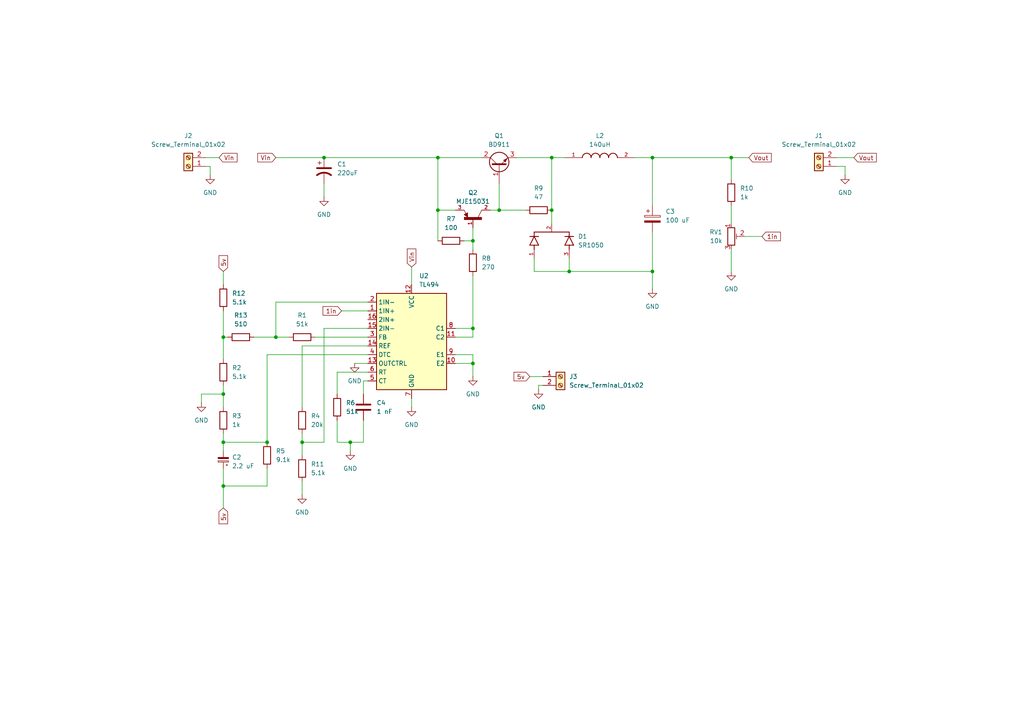
<source format=kicad_sch>
(kicad_sch (version 20231120) (generator "eeschema") (generator_version "8.0")
  (paper "A4")
  (lib_symbols
    (symbol "Connector:Screw_Terminal_01x02" (pin_names (offset 1.016) hide)
      (property "Reference" "J" (at 0 2.54 0))
      (property "Value" "Screw_Terminal_01x02" (at 0 -5.08 0))
      (symbol "Screw_Terminal_01x02_1_1"
        (rectangle (start -1.27 1.27) (end 1.27 -3.81) (stroke (width 0.254)) (fill (type background)))
        (circle (center 0 -2.54) (radius 0.635) (stroke (width 0.1524)))
        (polyline (pts (xy -0.5334 -2.2098) (xy 0.3302 -3.048)) (stroke (width 0.1524)))
        (polyline (pts (xy -0.5334 0.3302) (xy 0.3302 -0.508)) (stroke (width 0.1524)))
        (polyline (pts (xy -0.3556 -2.032) (xy 0.508 -2.8702)) (stroke (width 0.1524)))
        (polyline (pts (xy -0.3556 0.508) (xy 0.508 -0.3302)) (stroke (width 0.1524)))
        (circle (center 0 0) (radius 0.635) (stroke (width 0.1524)))
        (pin passive line (at -5.08 0 0) (length 3.81) (name "Pin_1") (number "1"))
        (pin passive line (at -5.08 -2.54 0) (length 3.81) (name "Pin_2") (number "2"))
      )
    )
    (symbol "Device:C" (pin_numbers hide) (pin_names (offset 0.254))
      (property "Reference" "C" (at 0.635 2.54 0))
      (property "Value" "C" (at 0.635 -2.54 0))
      (symbol "C_0_1"
        (polyline (pts (xy -2.032 -0.762) (xy 2.032 -0.762)) (stroke (width 0.508)))
        (polyline (pts (xy -2.032 0.762) (xy 2.032 0.762)) (stroke (width 0.508)))
      )
      (symbol "C_1_1"
        (pin passive line (at 0 3.81 270) (length 2.794) (name "~") (number "1"))
        (pin passive line (at 0 -3.81 90) (length 2.794) (name "~") (number "2"))
      )
    )
    (symbol "Device:C_Polarized" (pin_numbers hide) (pin_names (offset 0.254))
      (property "Reference" "C" (at 0.635 2.54 0))
      (property "Value" "C_Polarized" (at 0.635 -2.54 0))
      (symbol "C_Polarized_0_1"
        (rectangle (start -2.286 0.508) (end 2.286 1.016))
        (polyline (pts (xy -1.778 2.286) (xy -0.762 2.286)))
        (polyline (pts (xy -1.27 2.794) (xy -1.27 1.778)))
        (rectangle (start 2.286 -0.508) (end -2.286 -1.016) (fill (type outline)))
      )
      (symbol "C_Polarized_1_1"
        (pin passive line (at 0 3.81 270) (length 2.794) (name "~") (number "1"))
        (pin passive line (at 0 -3.81 90) (length 2.794) (name "~") (number "2"))
      )
    )
    (symbol "Device:C_Polarized_Small" (pin_numbers hide) (pin_names (offset 0.254) hide)
      (property "Reference" "C" (at 0.254 1.778 0))
      (property "Value" "C_Polarized_Small" (at 0.254 -2.032 0))
      (symbol "C_Polarized_Small_0_1"
        (rectangle (start -1.524 -0.3048) (end 1.524 -0.6858) (fill (type outline)))
        (rectangle (start -1.524 0.6858) (end 1.524 0.3048))
        (polyline (pts (xy -1.27 1.524) (xy -0.762 1.524)))
        (polyline (pts (xy -1.016 1.27) (xy -1.016 1.778)))
      )
      (symbol "C_Polarized_Small_1_1"
        (pin passive line (at 0 2.54 270) (length 1.8542) (name "~") (number "1"))
        (pin passive line (at 0 -2.54 90) (length 1.8542) (name "~") (number "2"))
      )
    )
    (symbol "Device:C_Polarized_US" (pin_numbers hide) (pin_names (offset 0.254) hide)
      (property "Reference" "C" (at 0.635 2.54 0))
      (property "Value" "C_Polarized_US" (at 0.635 -2.54 0))
      (symbol "C_Polarized_US_0_1"
        (polyline (pts (xy -2.032 0.762) (xy 2.032 0.762)) (stroke (width 0.508)))
        (polyline (pts (xy -1.778 2.286) (xy -0.762 2.286)))
        (polyline (pts (xy -1.27 1.778) (xy -1.27 2.794)))
        (arc (start 2.032 -1.27) (mid 0 -0.5572) (end -2.032 -1.27) (stroke (width 0.508)))
      )
      (symbol "C_Polarized_US_1_1"
        (pin passive line (at 0 3.81 270) (length 2.794) (name "~") (number "1"))
        (pin passive line (at 0 -3.81 90) (length 3.302) (name "~") (number "2"))
      )
    )
    (symbol "Device:R" (pin_numbers hide) (pin_names (offset 0))
      (property "Reference" "R" (at 2.032 0 90))
      (property "Value" "R" (at 0 0 90))
      (symbol "R_0_1"
        (rectangle (start -1.016 -2.54) (end 1.016 2.54) (stroke (width 0.254)))
      )
      (symbol "R_1_1"
        (pin passive line (at 0 3.81 270) (length 1.27) (name "~") (number "1"))
        (pin passive line (at 0 -3.81 90) (length 1.27) (name "~") (number "2"))
      )
    )
    (symbol "Device:R_Potentiometer_Trim" (pin_names (offset 1.016) hide)
      (property "Reference" "RV" (at -4.445 0 90))
      (property "Value" "R_Potentiometer_Trim" (at -2.54 0 90))
      (symbol "R_Potentiometer_Trim_0_1"
        (polyline (pts (xy 1.524 0.762) (xy 1.524 -0.762)))
        (polyline (pts (xy 2.54 0) (xy 1.524 0)))
        (rectangle (start 1.016 2.54) (end -1.016 -2.54) (stroke (width 0.254)))
      )
      (symbol "R_Potentiometer_Trim_1_1"
        (pin passive line (at 0 3.81 270) (length 1.27) (name "1") (number "1"))
        (pin passive line (at 3.81 0 180) (length 1.27) (name "2") (number "2"))
        (pin passive line (at 0 -3.81 90) (length 1.27) (name "3") (number "3"))
      )
    )
    (symbol "HCTI-120-6.7:HCTI-120-6.7" (pin_names (offset 1.016))
      (property "Reference" "L" (at -5.08 5.08 0))
      (property "Value" "HCTI-120-6.7" (at -5.08 2.54 0))
      (symbol "HCTI-120-6.7_0_0"
        (arc (start -2.54 0) (mid -3.81 1.2645) (end -5.08 0) (stroke (width 0.254)))
        (arc (start 0 0) (mid -1.27 1.2645) (end -2.54 0) (stroke (width 0.254)))
        (arc (start 2.54 0) (mid 1.27 1.2645) (end 0 0) (stroke (width 0.254)))
        (arc (start 5.08 0) (mid 3.81 1.2645) (end 2.54 0) (stroke (width 0.254)))
        (pin passive line (at -10.16 0 0) (length 5.08) (name "~") (number "1"))
        (pin passive line (at 10.16 0 180) (length 5.08) (name "~") (number "2"))
      )
    )
    (symbol "MJE15031:MJE15031" (pin_names (offset 1.016))
      (property "Reference" "Q" (at 2.5418 0 0))
      (property "Value" "MJE15031" (at 2.5453 -2.5453 0))
      (symbol "MJE15031_0_0"
        (rectangle (start -2.7978 -2.5434) (end -2.032 2.54) (stroke (width 0.1)) (fill (type outline)))
        (polyline (pts (xy -2.032 1.524) (xy -1.27 2.54)) (stroke (width 0.1524)))
        (polyline (pts (xy -1.778 1.651) (xy -2.032 1.524)) (stroke (width 0.1524)))
        (polyline (pts (xy -1.778 1.651) (xy -0.9652 1.6764)) (stroke (width 0.254)))
        (polyline (pts (xy -1.7018 1.778) (xy -1.2446 1.9558)) (stroke (width 0.254)))
        (polyline (pts (xy -1.27 2.286) (xy -1.7018 1.778)) (stroke (width 0.254)))
        (polyline (pts (xy -1.27 2.54) (xy -0.762 1.524)) (stroke (width 0.1524)))
        (polyline (pts (xy -1.2446 1.9558) (xy -1.2192 1.8034)) (stroke (width 0.254)))
        (polyline (pts (xy -0.9652 1.6764) (xy -1.27 2.286)) (stroke (width 0.254)))
        (polyline (pts (xy -0.762 1.524) (xy -2.032 1.524)) (stroke (width 0.1524)))
        (polyline (pts (xy 0 2.54) (xy -1.778 1.651)) (stroke (width 0.1524)))
        (polyline (pts (xy 0.016 -2.548) (xy -2.232 -1.424)) (stroke (width 0.1524)))
        (pin passive line (at -5.08 0 0) (length 2.54) (name "~") (number "1"))
        (pin passive line (at 0 -5.08 90) (length 2.54) (name "~") (number "2"))
        (pin passive line (at 0 5.08 270) (length 2.54) (name "~") (number "3"))
      )
    )
    (symbol "Regulator_Controller:TL494"
      (property "Reference" "U" (at 3.81 19.05 0))
      (property "Value" "TL494" (at 3.81 16.51 0))
      (symbol "TL494_0_1"
        (rectangle (start -10.16 -12.7) (end 10.16 15.24) (stroke (width 0.254)) (fill (type background)))
      )
      (symbol "TL494_1_1"
        (pin input line (at -12.7 10.16 0) (length 2.54) (name "1IN+") (number "1"))
        (pin passive line (at 12.7 -5.08 180) (length 2.54) (name "E2") (number "10"))
        (pin passive line (at 12.7 2.54 180) (length 2.54) (name "C2") (number "11"))
        (pin power_in line (at 0 17.78 270) (length 2.54) (name "VCC") (number "12"))
        (pin input line (at -12.7 -5.08 0) (length 2.54) (name "OUTCTRL") (number "13"))
        (pin power_out line (at -12.7 0 0) (length 2.54) (name "REF") (number "14"))
        (pin input line (at -12.7 5.08 0) (length 2.54) (name "2IN-") (number "15"))
        (pin input line (at -12.7 7.62 0) (length 2.54) (name "2IN+") (number "16"))
        (pin input line (at -12.7 12.7 0) (length 2.54) (name "1IN-") (number "2"))
        (pin output line (at -12.7 2.54 0) (length 2.54) (name "FB") (number "3"))
        (pin input line (at -12.7 -2.54 0) (length 2.54) (name "DTC") (number "4"))
        (pin passive line (at -12.7 -10.16 0) (length 2.54) (name "CT") (number "5"))
        (pin passive line (at -12.7 -7.62 0) (length 2.54) (name "RT") (number "6"))
        (pin power_in line (at 0 -15.24 90) (length 2.54) (name "GND") (number "7"))
        (pin passive line (at 12.7 5.08 180) (length 2.54) (name "C1") (number "8"))
        (pin passive line (at 12.7 -2.54 180) (length 2.54) (name "E1") (number "9"))
      )
    )
    (symbol "SR1050:SR1050" (pin_names (offset 1.016))
      (property "Reference" "D" (at -5.08 7.62 0))
      (property "Value" "SR1050" (at -5.08 -10.16 0))
      (symbol "SR1050_0_0"
        (polyline (pts (xy -2.54 -5.08) (xy -1.27 -5.08)) (stroke (width 0.254)))
        (polyline (pts (xy -2.54 5.08) (xy -1.27 5.08)) (stroke (width 0.254)))
        (polyline (pts (xy -1.27 -6.35) (xy 1.27 -5.08)) (stroke (width 0.254)))
        (polyline (pts (xy -1.27 -5.08) (xy -1.27 -6.35)) (stroke (width 0.254)))
        (polyline (pts (xy -1.27 -3.81) (xy -1.27 -5.08)) (stroke (width 0.254)))
        (polyline (pts (xy -1.27 3.81) (xy 1.27 5.08)) (stroke (width 0.254)))
        (polyline (pts (xy -1.27 5.08) (xy -1.27 3.81)) (stroke (width 0.254)))
        (polyline (pts (xy -1.27 6.35) (xy -1.27 5.08)) (stroke (width 0.254)))
        (polyline (pts (xy 1.27 -5.08) (xy -1.27 -3.81)) (stroke (width 0.254)))
        (polyline (pts (xy 1.27 -5.08) (xy 1.27 -6.35)) (stroke (width 0.254)))
        (polyline (pts (xy 1.27 -5.08) (xy 2.54 -5.08)) (stroke (width 0.254)))
        (polyline (pts (xy 1.27 -3.81) (xy 1.27 -5.08)) (stroke (width 0.254)))
        (polyline (pts (xy 1.27 5.08) (xy -1.27 6.35)) (stroke (width 0.254)))
        (polyline (pts (xy 1.27 5.08) (xy 1.27 3.81)) (stroke (width 0.254)))
        (polyline (pts (xy 1.27 5.08) (xy 2.54 5.08)) (stroke (width 0.254)))
        (polyline (pts (xy 1.27 6.35) (xy 1.27 5.08)) (stroke (width 0.254)))
        (rectangle (start 2.54 -5.08) (end 2.54 5.08) (stroke (width 0.254)) (fill (type background)))
        (pin passive line (at -5.08 5.08 0) (length 2.54) (name "~") (number "1"))
        (pin passive line (at 5.08 0 180) (length 2.54) (name "~") (number "2"))
        (pin passive line (at -5.08 -5.08 0) (length 2.54) (name "~") (number "3"))
      )
    )
    (symbol "Transistor_BJT:BD911" (pin_names (offset 0) hide)
      (property "Reference" "Q" (at 6.35 1.905 0))
      (property "Value" "BD911" (at 6.35 0 0))
      (symbol "BD911_0_1"
        (polyline (pts (xy 0.635 0.635) (xy 2.54 2.54)))
        (polyline (pts (xy 0.635 -0.635) (xy 2.54 -2.54) (xy 2.54 -2.54)))
        (polyline (pts (xy 0.635 1.905) (xy 0.635 -1.905) (xy 0.635 -1.905)) (stroke (width 0.508)))
        (polyline (pts (xy 1.27 -1.778) (xy 1.778 -1.27) (xy 2.286 -2.286) (xy 1.27 -1.778) (xy 1.27 -1.778)) (fill (type outline)))
        (circle (center 1.27 0) (radius 2.8194) (stroke (width 0.254)))
      )
      (symbol "BD911_1_1"
        (pin input line (at -5.08 0 0) (length 5.715) (name "B") (number "1"))
        (pin passive line (at 2.54 5.08 270) (length 2.54) (name "C") (number "2"))
        (pin passive line (at 2.54 -5.08 90) (length 2.54) (name "E") (number "3"))
      )
    )
    (symbol "power:GND" (power) (pin_numbers hide) (pin_names (offset 0) hide)
      (property "Value" "GND" (at 0 -3.81 0))
      (symbol "GND_0_1"
        (polyline (pts (xy 0 0) (xy 0 -1.27) (xy 1.27 -1.27) (xy 0 -2.54) (xy -1.27 -1.27) (xy 0 -1.27)))
      )
      (symbol "GND_1_1"
        (pin power_in line (at 0 0 270) (length 0) (name "~") (number "1"))
      )
    )
  )
  (junction (at 64.77 97.79))
  (junction (at 160.02 60.96))
  (junction (at 64.77 128.27))
  (junction (at 137.16 95.25))
  (junction (at 80.01 97.79))
  (junction (at 93.98 45.72))
  (junction (at 77.47 128.27))
  (junction (at 64.77 114.3))
  (junction (at 189.23 78.74))
  (junction (at 144.78 60.96))
  (junction (at 87.63 128.27))
  (junction (at 127 45.72))
  (junction (at 137.16 105.41))
  (junction (at 212.09 45.72))
  (junction (at 64.77 140.97))
  (junction (at 189.23 45.72))
  (junction (at 137.16 69.85))
  (junction (at 165.1 78.74))
  (junction (at 101.6 128.27))
  (junction (at 160.02 45.72))
  (junction (at 127 60.96))
  (wire (pts (xy 105.41 121.92) (xy 105.41 128.27)))
  (wire (pts (xy 189.23 59.69) (xy 189.23 45.72)))
  (wire (pts (xy 127 45.72) (xy 139.7 45.72)))
  (wire (pts (xy 137.16 105.41) (xy 137.16 109.22)))
  (wire (pts (xy 64.77 114.3) (xy 64.77 118.11)))
  (wire (pts (xy 64.77 147.32) (xy 64.77 140.97)))
  (wire (pts (xy 64.77 97.79) (xy 66.04 97.79)))
  (wire (pts (xy 87.63 128.27) (xy 87.63 132.08)))
  (wire (pts (xy 105.41 128.27) (xy 101.6 128.27)))
  (wire (pts (xy 127 60.96) (xy 127 69.85)))
  (wire (pts (xy 93.98 128.27) (xy 87.63 128.27)))
  (wire (pts (xy 189.23 78.74) (xy 189.23 83.82)))
  (wire (pts (xy 144.78 60.96) (xy 152.4 60.96)))
  (wire (pts (xy 87.63 139.7) (xy 87.63 143.51)))
  (wire (pts (xy 132.08 102.87) (xy 137.16 102.87)))
  (wire (pts (xy 212.09 45.72) (xy 217.17 45.72)))
  (wire (pts (xy 87.63 100.33) (xy 87.63 118.11)))
  (wire (pts (xy 160.02 60.96) (xy 160.02 64.77)))
  (wire (pts (xy 137.16 95.25) (xy 137.16 80.01)))
  (wire (pts (xy 64.77 90.17) (xy 64.77 97.79)))
  (wire (pts (xy 58.42 114.3) (xy 64.77 114.3)))
  (wire (pts (xy 156.21 111.76) (xy 157.48 111.76)))
  (wire (pts (xy 64.77 140.97) (xy 77.47 140.97)))
  (wire (pts (xy 64.77 78.74) (xy 64.77 82.55)))
  (wire (pts (xy 58.42 116.84) (xy 58.42 114.3)))
  (wire (pts (xy 64.77 97.79) (xy 64.77 104.14)))
  (wire (pts (xy 165.1 78.74) (xy 165.1 74.93)))
  (wire (pts (xy 119.38 115.57) (xy 119.38 118.11)))
  (wire (pts (xy 153.67 109.22) (xy 157.48 109.22)))
  (wire (pts (xy 99.06 90.17) (xy 106.68 90.17)))
  (wire (pts (xy 132.08 105.41) (xy 137.16 105.41)))
  (wire (pts (xy 97.79 114.3) (xy 97.79 107.95)))
  (wire (pts (xy 212.09 45.72) (xy 189.23 45.72)))
  (wire (pts (xy 132.08 95.25) (xy 137.16 95.25)))
  (wire (pts (xy 64.77 111.76) (xy 64.77 114.3)))
  (wire (pts (xy 189.23 67.31) (xy 189.23 78.74)))
  (wire (pts (xy 137.16 102.87) (xy 137.16 105.41)))
  (wire (pts (xy 105.41 114.3) (xy 105.41 110.49)))
  (wire (pts (xy 97.79 121.92) (xy 97.79 128.27)))
  (wire (pts (xy 97.79 107.95) (xy 106.68 107.95)))
  (wire (pts (xy 134.62 69.85) (xy 137.16 69.85)))
  (wire (pts (xy 93.98 45.72) (xy 127 45.72)))
  (wire (pts (xy 60.96 50.8) (xy 60.96 48.26)))
  (wire (pts (xy 102.87 105.41) (xy 106.68 105.41)))
  (wire (pts (xy 242.57 45.72) (xy 247.65 45.72)))
  (wire (pts (xy 59.69 45.72) (xy 63.5 45.72)))
  (wire (pts (xy 80.01 45.72) (xy 93.98 45.72)))
  (wire (pts (xy 64.77 125.73) (xy 64.77 128.27)))
  (wire (pts (xy 64.77 128.27) (xy 64.77 130.81)))
  (wire (pts (xy 160.02 45.72) (xy 163.83 45.72)))
  (wire (pts (xy 93.98 53.34) (xy 93.98 57.15)))
  (wire (pts (xy 154.94 74.93) (xy 154.94 78.74)))
  (wire (pts (xy 80.01 87.63) (xy 80.01 97.79)))
  (wire (pts (xy 91.44 97.79) (xy 106.68 97.79)))
  (wire (pts (xy 77.47 135.89) (xy 77.47 140.97)))
  (wire (pts (xy 137.16 69.85) (xy 137.16 72.39)))
  (wire (pts (xy 119.38 77.47) (xy 119.38 82.55)))
  (wire (pts (xy 80.01 97.79) (xy 83.82 97.79)))
  (wire (pts (xy 212.09 52.07) (xy 212.09 45.72)))
  (wire (pts (xy 77.47 102.87) (xy 77.47 128.27)))
  (wire (pts (xy 73.66 97.79) (xy 80.01 97.79)))
  (wire (pts (xy 144.78 60.96) (xy 144.78 53.34)))
  (wire (pts (xy 137.16 97.79) (xy 137.16 95.25)))
  (wire (pts (xy 160.02 60.96) (xy 160.02 45.72)))
  (wire (pts (xy 149.86 45.72) (xy 160.02 45.72)))
  (wire (pts (xy 101.6 128.27) (xy 101.6 130.81)))
  (wire (pts (xy 142.24 60.96) (xy 144.78 60.96)))
  (wire (pts (xy 127 60.96) (xy 127 45.72)))
  (wire (pts (xy 137.16 69.85) (xy 137.16 66.04)))
  (wire (pts (xy 132.08 60.96) (xy 127 60.96)))
  (wire (pts (xy 184.15 45.72) (xy 189.23 45.72)))
  (wire (pts (xy 93.98 95.25) (xy 93.98 128.27)))
  (wire (pts (xy 59.69 48.26) (xy 60.96 48.26)))
  (wire (pts (xy 212.09 59.69) (xy 212.09 64.77)))
  (wire (pts (xy 106.68 87.63) (xy 80.01 87.63)))
  (wire (pts (xy 106.68 100.33) (xy 87.63 100.33)))
  (wire (pts (xy 101.6 128.27) (xy 97.79 128.27)))
  (wire (pts (xy 106.68 95.25) (xy 93.98 95.25)))
  (wire (pts (xy 77.47 128.27) (xy 64.77 128.27)))
  (wire (pts (xy 105.41 110.49) (xy 106.68 110.49)))
  (wire (pts (xy 106.68 102.87) (xy 77.47 102.87)))
  (wire (pts (xy 245.11 50.8) (xy 245.11 48.26)))
  (wire (pts (xy 189.23 78.74) (xy 165.1 78.74)))
  (wire (pts (xy 212.09 72.39) (xy 212.09 78.74)))
  (wire (pts (xy 132.08 97.79) (xy 137.16 97.79)))
  (wire (pts (xy 154.94 78.74) (xy 165.1 78.74)))
  (wire (pts (xy 156.21 113.03) (xy 156.21 111.76)))
  (wire (pts (xy 87.63 125.73) (xy 87.63 128.27)))
  (wire (pts (xy 64.77 135.89) (xy 64.77 140.97)))
  (wire (pts (xy 242.57 48.26) (xy 245.11 48.26)))
  (wire (pts (xy 215.9 68.58) (xy 220.98 68.58)))
  (global_label "Vout" (shape input) (at 217.17 45.72 0) (property "Intersheetrefs" "${INTERSHEET_REFS}" (effects (hide yes))))
  (global_label "Vin" (shape input) (at 80.01 45.72 180) (property "Intersheetrefs" "${INTERSHEET_REFS}" (effects (hide yes))))
  (global_label "1in" (shape input) (at 99.06 90.17 180) (property "Intersheetrefs" "${INTERSHEET_REFS}" (effects (hide yes))))
  (global_label "Vin" (shape input) (at 119.38 77.47 90) (property "Intersheetrefs" "${INTERSHEET_REFS}" (effects (hide yes))))
  (global_label "Vin" (shape input) (at 63.5 45.72 0) (property "Intersheetrefs" "${INTERSHEET_REFS}" (effects (hide yes))))
  (global_label "5v" (shape input) (at 64.77 78.74 90) (property "Intersheetrefs" "${INTERSHEET_REFS}" (effects (hide yes))))
  (global_label "5v" (shape input) (at 64.77 147.32 270) (property "Intersheetrefs" "${INTERSHEET_REFS}" (effects (hide yes))))
  (global_label "5v" (shape input) (at 153.67 109.22 180) (property "Intersheetrefs" "${INTERSHEET_REFS}" (effects (hide yes))))
  (global_label "Vout" (shape input) (at 247.65 45.72 0) (property "Intersheetrefs" "${INTERSHEET_REFS}" (effects (hide yes))))
  (global_label "1in" (shape input) (at 220.98 68.58 0) (property "Intersheetrefs" "${INTERSHEET_REFS}" (effects (hide yes))))
  (symbol (lib_id "Device:C") (at 105.41 118.11 0) (unit 1)
    (property "Reference" "C4" (at 109.22 116.8399 0) (effects (justify left)))
    (property "Value" "1 nF" (at 109.22 119.3799 0) (effects (justify left)))
    (property "Footprint" "Capacitor_THT:C_Axial_L3.8mm_D2.6mm_P7.50mm_Horizontal" (effects (hide yes)))
    (property "Description" "Unpolarized capacitor" (effects (hide yes)))
  )
  (symbol (lib_id "power:GND") (at 58.42 116.84 0) (unit 1)
    (property "Reference" "#PWR015" (effects (hide yes)))
    (property "Value" "GND" (at 58.42 121.92 0))
    (property "Description" "Power symbol creates a global label with name \"GND\" , ground" (effects (hide yes)))
  )
  (symbol (lib_id "Device:R") (at 87.63 97.79 90) (unit 1)
    (property "Reference" "R1" (at 87.63 91.44 90))
    (property "Value" "51k" (at 87.63 93.98 90))
    (property "Footprint" "Resistor_THT:R_Axial_DIN0207_L6.3mm_D2.5mm_P7.62mm_Horizontal" (effects (hide yes)))
    (property "Description" "Resistor" (effects (hide yes)))
  )
  (symbol (lib_id "power:GND") (at 156.21 113.03 0) (unit 1)
    (property "Reference" "#PWR03" (effects (hide yes)))
    (property "Value" "GND" (at 156.21 118.11 0))
    (property "Description" "Power symbol creates a global label with name \"GND\" , ground" (effects (hide yes)))
  )
  (symbol (lib_id "Device:R") (at 87.63 121.92 0) (unit 1)
    (property "Reference" "R4" (at 90.17 120.6499 0) (effects (justify left)))
    (property "Value" "20k" (at 90.17 123.1899 0) (effects (justify left)))
    (property "Footprint" "Resistor_THT:R_Axial_DIN0207_L6.3mm_D2.5mm_P10.16mm_Horizontal" (effects (hide yes)))
    (property "Description" "Resistor" (effects (hide yes)))
  )
  (symbol (lib_id "MJE15031:MJE15031") (at 137.16 60.96 90) (unit 1)
    (property "Reference" "Q2" (at 137.164 55.88 90))
    (property "Value" "MJE15031" (at 137.164 58.42 90))
    (property "Footprint" "MJE15031:TO254P1042X498X2993-3" (effects (hide yes)))
    (property "MF" "ON" (effects (hide yes)))
    (property "Description_1" "\nBipolar (BJT) Transistor PNP 150 V 8 A 30MHz 50 W Through Hole TO-220\n" (effects (hide yes)))
    (property "Package" "TO-220-3 ON" (effects (hide yes)))
    (property "Price" "None" (effects (hide yes)))
    (property "Check_prices" "https://www.snapeda.com/parts/MJE15031/Onsemi/view-part/?ref=eda" (effects (hide yes)))
    (property "SnapEDA_Link" "https://www.snapeda.com/parts/MJE15031/Onsemi/view-part/?ref=snap" (effects (hide yes)))
    (property "MP" "MJE15031" (effects (hide yes)))
    (property "Availability" "In Stock" (effects (hide yes)))
    (property "MANUFACTURER" "MULTICOMP" (effects (hide yes)))
  )
  (symbol (lib_id "Device:R") (at 87.63 135.89 0) (unit 1)
    (property "Reference" "R11" (at 90.17 134.6199 0) (effects (justify left)))
    (property "Value" "5.1k" (at 90.17 137.1599 0) (effects (justify left)))
    (property "Footprint" "Resistor_THT:R_Axial_DIN0207_L6.3mm_D2.5mm_P7.62mm_Horizontal" (effects (hide yes)))
    (property "Description" "Resistor" (effects (hide yes)))
  )
  (symbol (lib_id "Regulator_Controller:TL494") (at 119.38 100.33 0) (unit 1)
    (property "Reference" "U2" (at 121.5741 80.01 0) (effects (justify left)))
    (property "Value" "TL494" (at 121.5741 82.55 0) (effects (justify left)))
    (property "Footprint" "Package_DIP:DIP-16_W7.62mm" (effects (hide yes)))
    (property "Datasheet" "http://www.ti.com/lit/ds/symlink/tl494.pdf" (effects (hide yes)))
    (property "Description" "Pulse-Width-Modulation Control Circuits, PDIP-16/SOIC-16/TSSOP-16" (effects (hide yes)))
  )
  (symbol (lib_id "power:GND") (at 60.96 50.8 0) (unit 1)
    (property "Reference" "#PWR01" (effects (hide yes)))
    (property "Value" "GND" (at 60.96 55.88 0))
    (property "Description" "Power symbol creates a global label with name \"GND\" , ground" (effects (hide yes)))
  )
  (symbol (lib_id "Device:R_Potentiometer_Trim") (at 212.09 68.58 0) (unit 1)
    (property "Reference" "RV1" (at 209.55 67.3099 0) (effects (justify right)))
    (property "Value" "10k" (at 209.55 69.8499 0) (effects (justify right)))
    (property "Footprint" "Potentiometer_THT:Potentiometer_ACP_CA9-V10_Vertical" (effects (hide yes)))
    (property "Description" "Trim-potentiometer" (effects (hide yes)))
  )
  (symbol (lib_id "power:GND") (at 87.63 143.51 0) (unit 1)
    (property "Reference" "#PWR013" (effects (hide yes)))
    (property "Value" "GND" (at 87.63 148.59 0))
    (property "Description" "Power symbol creates a global label with name \"GND\" , ground" (effects (hide yes)))
  )
  (symbol (lib_id "power:GND") (at 189.23 83.82 0) (unit 1)
    (property "Reference" "#PWR016" (effects (hide yes)))
    (property "Value" "GND" (at 189.23 88.9 0))
    (property "Description" "Power symbol creates a global label with name \"GND\" , ground" (effects (hide yes)))
  )
  (symbol (lib_id "power:GND") (at 102.87 105.41 0) (unit 1)
    (property "Reference" "#PWR011" (effects (hide yes)))
    (property "Value" "GND" (at 102.87 110.49 0))
    (property "Description" "Power symbol creates a global label with name \"GND\" , ground" (effects (hide yes)))
  )
  (symbol (lib_id "Device:R") (at 64.77 86.36 0) (unit 1)
    (property "Reference" "R12" (at 67.31 85.0899 0) (effects (justify left)))
    (property "Value" "5.1k" (at 67.31 87.6299 0) (effects (justify left)))
    (property "Footprint" "Resistor_THT:R_Axial_DIN0207_L6.3mm_D2.5mm_P10.16mm_Horizontal" (effects (hide yes)))
    (property "Description" "Resistor" (effects (hide yes)))
  )
  (symbol (lib_id "power:GND") (at 137.16 109.22 0) (unit 1)
    (property "Reference" "#PWR09" (effects (hide yes)))
    (property "Value" "GND" (at 137.16 114.3 0))
    (property "Description" "Power symbol creates a global label with name \"GND\" , ground" (effects (hide yes)))
  )
  (symbol (lib_id "Connector:Screw_Terminal_01x02") (at 237.49 48.26 180) (unit 1)
    (property "Reference" "J1" (at 237.49 39.37 0))
    (property "Value" "Screw_Terminal_01x02" (at 237.49 41.91 0))
    (property "Footprint" "TerminalBlock:TerminalBlock_Wuerth_691311400102_P7.62mm" (effects (hide yes)))
    (property "Description" "Generic screw terminal, single row, 01x02, script generated (kicad-library-utils/schlib/autogen/connector/)" (effects (hide yes)))
  )
  (symbol (lib_id "Device:R") (at 212.09 55.88 0) (unit 1)
    (property "Reference" "R10" (at 214.63 54.6099 0) (effects (justify left)))
    (property "Value" "1k" (at 214.63 57.1499 0) (effects (justify left)))
    (property "Footprint" "Resistor_THT:R_Axial_DIN0207_L6.3mm_D2.5mm_P10.16mm_Horizontal" (effects (hide yes)))
    (property "Description" "Resistor" (effects (hide yes)))
  )
  (symbol (lib_id "Device:R") (at 77.47 132.08 0) (unit 1)
    (property "Reference" "R5" (at 80.01 130.8099 0) (effects (justify left)))
    (property "Value" "9.1k" (at 80.01 133.3499 0) (effects (justify left)))
    (property "Footprint" "Resistor_THT:R_Axial_DIN0207_L6.3mm_D2.5mm_P7.62mm_Horizontal" (effects (hide yes)))
    (property "Description" "Resistor" (effects (hide yes)))
  )
  (symbol (lib_id "Device:R") (at 156.21 60.96 90) (unit 1)
    (property "Reference" "R9" (at 156.21 54.61 90))
    (property "Value" "47" (at 156.21 57.15 90))
    (property "Footprint" "Resistor_THT:R_Axial_DIN0207_L6.3mm_D2.5mm_P7.62mm_Horizontal" (effects (hide yes)))
    (property "Description" "Resistor" (effects (hide yes)))
  )
  (symbol (lib_id "power:GND") (at 93.98 57.15 0) (unit 1)
    (property "Reference" "#PWR05" (effects (hide yes)))
    (property "Value" "GND" (at 93.98 62.23 0))
    (property "Description" "Power symbol creates a global label with name \"GND\" , ground" (effects (hide yes)))
  )
  (symbol (lib_id "Transistor_BJT:BD911") (at 144.78 48.26 90) (unit 1)
    (property "Reference" "Q1" (at 144.78 39.37 90))
    (property "Value" "BD911" (at 144.78 41.91 90))
    (property "Footprint" "Package_TO_SOT_THT:TO-220-3_Vertical" (effects (hide yes)))
    (property "Datasheet" "http://www.st.com/internet/com/TECHNICAL_RESOURCES/TECHNICAL_LITERATURE/DATASHEET/CD00001277.pdf" (effects (hide yes)))
    (property "Description" "15A, Silicon Power NPN Transistors, TO-220" (effects (hide yes)))
  )
  (symbol (lib_id "power:GND") (at 212.09 78.74 0) (unit 1)
    (property "Reference" "#PWR06" (effects (hide yes)))
    (property "Value" "GND" (at 212.09 83.82 0))
    (property "Description" "Power symbol creates a global label with name \"GND\" , ground" (effects (hide yes)))
  )
  (symbol (lib_id "Device:R") (at 64.77 121.92 0) (unit 1)
    (property "Reference" "R3" (at 67.31 120.6499 0) (effects (justify left)))
    (property "Value" "1k" (at 67.31 123.1899 0) (effects (justify left)))
    (property "Footprint" "Resistor_THT:R_Axial_DIN0207_L6.3mm_D2.5mm_P7.62mm_Horizontal" (effects (hide yes)))
    (property "Description" "Resistor" (effects (hide yes)))
  )
  (symbol (lib_id "power:GND") (at 119.38 118.11 0) (unit 1)
    (property "Reference" "#PWR010" (effects (hide yes)))
    (property "Value" "GND" (at 119.38 123.19 0))
    (property "Description" "Power symbol creates a global label with name \"GND\" , ground" (effects (hide yes)))
  )
  (symbol (lib_id "SR1050:SR1050") (at 160.02 69.85 90) (unit 1)
    (property "Reference" "D1" (at 167.64 68.5799 90) (effects (justify right)))
    (property "Value" "SR1050" (at 167.64 71.1199 90) (effects (justify right)))
    (property "Footprint" "SR1050:TO254P1050X476X2020-3" (effects (hide yes)))
    (property "MF" "Taiwan Semiconductor" (effects (hide yes)))
    (property "MAXIMUM_PACKAGE_HEIGHT" "20.20mm" (effects (hide yes)))
    (property "Package" "TO-220AB-3 Taiwan Semiconductor" (effects (hide yes)))
    (property "Price" "None" (effects (hide yes)))
    (property "Check_prices" "https://www.snapeda.com/parts/SR1050/Taiwan+Semiconductor/view-part/?ref=eda" (effects (hide yes)))
    (property "STANDARD" "IPC-7351B" (effects (hide yes)))
    (property "PARTREV" "G2104" (effects (hide yes)))
    (property "SnapEDA_Link" "https://www.snapeda.com/parts/SR1050/Taiwan+Semiconductor/view-part/?ref=snap" (effects (hide yes)))
    (property "MP" "SR1050" (effects (hide yes)))
    (property "Description_1" "\n10A, 50V, Planar Schottky\n" (effects (hide yes)))
    (property "Availability" "In Stock" (effects (hide yes)))
    (property "MANUFACTURER" "Taiwan Semiconductor" (effects (hide yes)))
  )
  (symbol (lib_id "power:GND") (at 101.6 130.81 0) (unit 1)
    (property "Reference" "#PWR014" (effects (hide yes)))
    (property "Value" "GND" (at 101.6 135.89 0))
    (property "Description" "Power symbol creates a global label with name \"GND\" , ground" (effects (hide yes)))
  )
  (symbol (lib_id "Device:R") (at 130.81 69.85 90) (unit 1)
    (property "Reference" "R7" (at 130.81 63.5 90))
    (property "Value" "100" (at 130.81 66.04 90))
    (property "Footprint" "Resistor_THT:R_Axial_DIN0207_L6.3mm_D2.5mm_P7.62mm_Horizontal" (effects (hide yes)))
    (property "Description" "Resistor" (effects (hide yes)))
  )
  (symbol (lib_id "Device:R") (at 64.77 107.95 0) (unit 1)
    (property "Reference" "R2" (at 67.31 106.6799 0) (effects (justify left)))
    (property "Value" "5.1k" (at 67.31 109.2199 0) (effects (justify left)))
    (property "Footprint" "Resistor_THT:R_Axial_DIN0207_L6.3mm_D2.5mm_P10.16mm_Horizontal" (effects (hide yes)))
    (property "Description" "Resistor" (effects (hide yes)))
  )
  (symbol (lib_id "HCTI-120-6.7:HCTI-120-6.7") (at 173.99 45.72 0) (unit 1)
    (property "Reference" "L2" (at 173.99 39.37 0))
    (property "Value" "140uH" (at 173.99 41.91 0))
    (property "Footprint" "HCTI-120-6.7:IND_HCTI-68-7.7" (effects (hide yes)))
    (property "MF" "Signal Transformer" (effects (hide yes)))
    (property "MAXIMUM_PACKAGE_HEIGHT" "32.51mm" (effects (hide yes)))
    (property "Package" "Radial Bel Fuse" (effects (hide yes)))
    (property "Price" "None" (effects (hide yes)))
    (property "Check_prices" "https://www.snapeda.com/parts/HCTI-120-6.7/Signal+Transformer/view-part/?ref=eda" (effects (hide yes)))
    (property "STANDARD" "Manufacturer Recommendations" (effects (hide yes)))
    (property "PARTREV" "N/A" (effects (hide yes)))
    (property "SnapEDA_Link" "https://www.snapeda.com/parts/HCTI-120-6.7/Signal+Transformer/view-part/?ref=snap" (effects (hide yes)))
    (property "MP" "HCTI-120-6.7" (effects (hide yes)))
    (property "Description_1" "\nHigh Current Toroidal Inductor | 120 uH\n" (effects (hide yes)))
    (property "Availability" "In Stock" (effects (hide yes)))
    (property "MANUFACTURER" "BELFUSE" (effects (hide yes)))
  )
  (symbol (lib_id "Device:R") (at 69.85 97.79 90) (unit 1)
    (property "Reference" "R13" (at 69.85 91.44 90))
    (property "Value" "510" (at 69.85 93.98 90))
    (property "Footprint" "Resistor_THT:R_Axial_DIN0207_L6.3mm_D2.5mm_P7.62mm_Horizontal" (effects (hide yes)))
    (property "Description" "Resistor" (effects (hide yes)))
  )
  (symbol (lib_id "Device:R") (at 137.16 76.2 0) (unit 1)
    (property "Reference" "R8" (at 139.7 74.9299 0) (effects (justify left)))
    (property "Value" "270" (at 139.7 77.4699 0) (effects (justify left)))
    (property "Footprint" "Resistor_THT:R_Axial_DIN0207_L6.3mm_D2.5mm_P10.16mm_Horizontal" (effects (hide yes)))
    (property "Description" "Resistor" (effects (hide yes)))
  )
  (symbol (lib_id "Device:C_Polarized") (at 189.23 63.5 0) (unit 1)
    (property "Reference" "C3" (at 193.04 61.3409 0) (effects (justify left)))
    (property "Value" "100 uF" (at 193.04 63.8809 0) (effects (justify left)))
    (property "Footprint" "Capacitor_THT:CP_Axial_L10.0mm_D4.5mm_P15.00mm_Horizontal" (effects (hide yes)))
    (property "Description" "Polarized capacitor" (effects (hide yes)))
  )
  (symbol (lib_id "Device:C_Polarized_Small") (at 64.77 133.35 180) (unit 1)
    (property "Reference" "C2" (at 67.31 132.626 0) (effects (justify right)))
    (property "Value" "2.2 uF" (at 67.31 135.166 0) (effects (justify right)))
    (property "Footprint" "Capacitor_THT:CP_Axial_L10.0mm_D4.5mm_P15.00mm_Horizontal" (effects (hide yes)))
    (property "Description" "Polarized capacitor, small symbol" (effects (hide yes)))
  )
  (symbol (lib_id "Device:C_Polarized_US") (at 93.98 49.53 0) (unit 1)
    (property "Reference" "C1" (at 97.79 47.6249 0) (effects (justify left)))
    (property "Value" "220uF" (at 97.79 50.1649 0) (effects (justify left)))
    (property "Footprint" "Capacitor_THT:CP_Axial_L10.0mm_D4.5mm_P15.00mm_Horizontal" (effects (hide yes)))
    (property "Description" "Polarized capacitor, US symbol" (effects (hide yes)))
  )
  (symbol (lib_id "Connector:Screw_Terminal_01x02") (at 162.56 109.22 0) (unit 1)
    (property "Reference" "J3" (at 165.1 109.2199 0) (effects (justify left)))
    (property "Value" "Screw_Terminal_01x02" (at 165.1 111.7599 0) (effects (justify left)))
    (property "Footprint" "TerminalBlock:TerminalBlock_Wuerth_691311400102_P7.62mm" (effects (hide yes)))
    (property "Description" "Generic screw terminal, single row, 01x02, script generated (kicad-library-utils/schlib/autogen/connector/)" (effects (hide yes)))
  )
  (symbol (lib_id "Device:R") (at 97.79 118.11 0) (unit 1)
    (property "Reference" "R6" (at 100.33 116.8399 0) (effects (justify left)))
    (property "Value" "51k" (at 100.33 119.3799 0) (effects (justify left)))
    (property "Footprint" "Resistor_THT:R_Axial_DIN0207_L6.3mm_D2.5mm_P10.16mm_Horizontal" (effects (hide yes)))
    (property "Description" "Resistor" (effects (hide yes)))
  )
  (symbol (lib_id "power:GND") (at 245.11 50.8 0) (unit 1)
    (property "Reference" "#PWR02" (effects (hide yes)))
    (property "Value" "GND" (at 245.11 55.88 0))
    (property "Description" "Power symbol creates a global label with name \"GND\" , ground" (effects (hide yes)))
  )
  (symbol (lib_id "Connector:Screw_Terminal_01x02") (at 54.61 48.26 180) (unit 1)
    (property "Reference" "J2" (at 54.61 39.37 0))
    (property "Value" "Screw_Terminal_01x02" (at 54.61 41.91 0))
    (property "Footprint" "TerminalBlock:TerminalBlock_Wuerth_691311400102_P7.62mm" (effects (hide yes)))
    (property "Description" "Generic screw terminal, single row, 01x02, script generated (kicad-library-utils/schlib/autogen/connector/)" (effects (hide yes)))
  )
)
</source>
